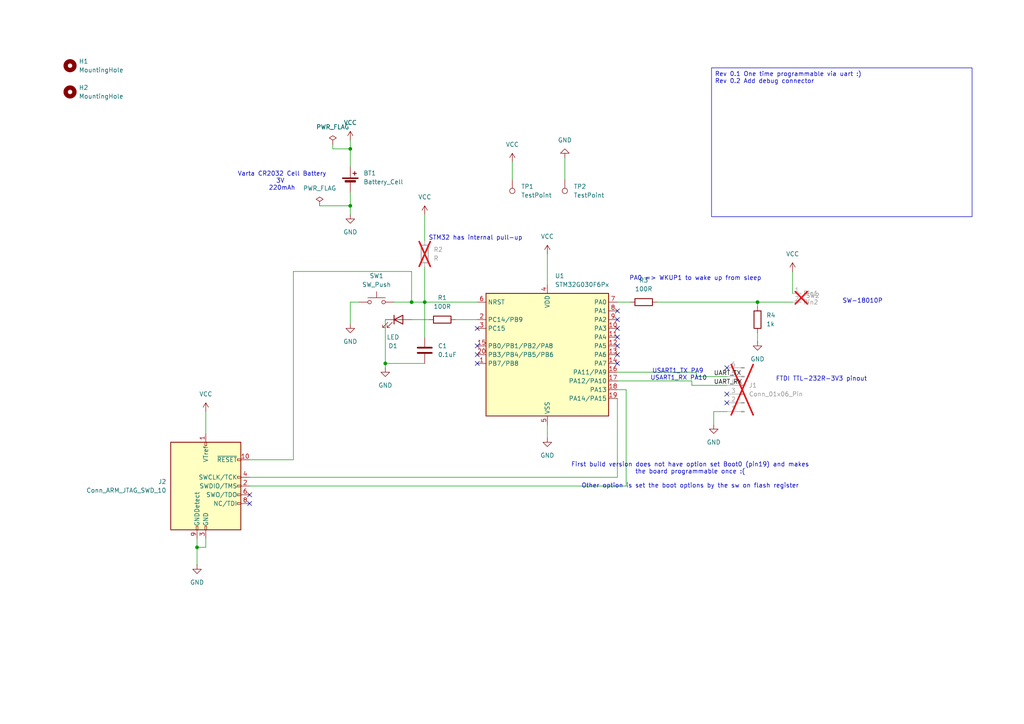
<source format=kicad_sch>
(kicad_sch (version 20231120) (generator "eeschema") (generator_version "8.0")
  (paper "A4")
  (lib_symbols
    (symbol "Connector:Conn_01x06_Pin" (pin_names (offset 1.016) hide)
      (property "Reference" "J" (at 0 7.62 0))
      (property "Value" "Conn_01x06_Pin" (at 0 -10.16 0))
      (symbol "Conn_01x06_Pin_1_1"
        (polyline (pts (xy 1.27 -7.62) (xy 0.8636 -7.62)) (stroke (width 0.1524)))
        (polyline (pts (xy 1.27 -5.08) (xy 0.8636 -5.08)) (stroke (width 0.1524)))
        (polyline (pts (xy 1.27 -2.54) (xy 0.8636 -2.54)) (stroke (width 0.1524)))
        (polyline (pts (xy 1.27 0) (xy 0.8636 0)) (stroke (width 0.1524)))
        (polyline (pts (xy 1.27 2.54) (xy 0.8636 2.54)) (stroke (width 0.1524)))
        (polyline (pts (xy 1.27 5.08) (xy 0.8636 5.08)) (stroke (width 0.1524)))
        (rectangle (start 0.8636 -7.493) (end 0 -7.747) (stroke (width 0.1524)) (fill (type outline)))
        (rectangle (start 0.8636 -4.953) (end 0 -5.207) (stroke (width 0.1524)) (fill (type outline)))
        (rectangle (start 0.8636 -2.413) (end 0 -2.667) (stroke (width 0.1524)) (fill (type outline)))
        (rectangle (start 0.8636 0.127) (end 0 -0.127) (stroke (width 0.1524)) (fill (type outline)))
        (rectangle (start 0.8636 2.667) (end 0 2.413) (stroke (width 0.1524)) (fill (type outline)))
        (rectangle (start 0.8636 5.207) (end 0 4.953) (stroke (width 0.1524)) (fill (type outline)))
        (pin passive line (at 5.08 5.08 180) (length 3.81) (name "Pin_1") (number "1"))
        (pin passive line (at 5.08 2.54 180) (length 3.81) (name "Pin_2") (number "2"))
        (pin passive line (at 5.08 0 180) (length 3.81) (name "Pin_3") (number "3"))
        (pin passive line (at 5.08 -2.54 180) (length 3.81) (name "Pin_4") (number "4"))
        (pin passive line (at 5.08 -5.08 180) (length 3.81) (name "Pin_5") (number "5"))
        (pin passive line (at 5.08 -7.62 180) (length 3.81) (name "Pin_6") (number "6"))
      )
    )
    (symbol "Connector:Conn_ARM_JTAG_SWD_10" (pin_names (offset 1.016))
      (property "Reference" "J" (at -2.54 16.51 0))
      (property "Value" "Conn_ARM_JTAG_SWD_10" (at -2.54 13.97 0))
      (symbol "Conn_ARM_JTAG_SWD_10_0_1"
        (rectangle (start -10.16 12.7) (end 10.16 -12.7) (stroke (width 0.254)) (fill (type background)))
        (rectangle (start -2.794 -12.7) (end -2.286 -11.684))
        (rectangle (start -0.254 -12.7) (end 0.254 -11.684))
        (rectangle (start -0.254 12.7) (end 0.254 11.684))
        (rectangle (start 9.144 2.286) (end 10.16 2.794))
        (rectangle (start 10.16 -2.794) (end 9.144 -2.286))
        (rectangle (start 10.16 -0.254) (end 9.144 0.254))
        (rectangle (start 10.16 7.874) (end 9.144 7.366))
      )
      (symbol "Conn_ARM_JTAG_SWD_10_1_1"
        (rectangle (start 9.144 -5.334) (end 10.16 -4.826))
        (pin power_in line (at 0 15.24 270) (length 2.54) (name "VTref") (number "1"))
        (pin open_collector line (at 12.7 7.62 180) (length 2.54) (name "~{RESET}") (number "10"))
        (pin bidirectional line (at 12.7 0 180) (length 2.54) (name "SWDIO/TMS") (number "2"))
        (pin power_in line (at 0 -15.24 90) (length 2.54) (name "GND") (number "3"))
        (pin output line (at 12.7 2.54 180) (length 2.54) (name "SWCLK/TCK") (number "4"))
        (pin passive line (at 0 -15.24 90) (length 2.54) hide (name "GND") (number "5"))
        (pin input line (at 12.7 -2.54 180) (length 2.54) (name "SWO/TDO") (number "6"))
        (pin no_connect line (at -10.16 0 0) (length 2.54) hide (name "KEY") (number "7"))
        (pin output line (at 12.7 -5.08 180) (length 2.54) (name "NC/TDI") (number "8"))
        (pin passive line (at -2.54 -15.24 90) (length 2.54) (name "GNDDetect") (number "9"))
      )
    )
    (symbol "Connector:TestPoint" (pin_numbers hide) (pin_names (offset 0.762) hide)
      (property "Reference" "TP" (at 0 6.858 0))
      (property "Value" "TestPoint" (at 0 5.08 0))
      (symbol "TestPoint_0_1"
        (circle (center 0 3.302) (radius 0.762))
      )
      (symbol "TestPoint_1_1"
        (pin passive line (at 0 0 90) (length 2.54) (name "1") (number "1"))
      )
    )
    (symbol "Device:Battery_Cell" (pin_numbers hide) (pin_names (offset 0) hide)
      (property "Reference" "BT" (at 2.54 2.54 0))
      (property "Value" "Battery_Cell" (at 2.54 0 0))
      (symbol "Battery_Cell_0_1"
        (rectangle (start -2.286 1.778) (end 2.286 1.524) (fill (type outline)))
        (rectangle (start -1.524 1.016) (end 1.524 0.508) (fill (type outline)))
        (polyline (pts (xy 0 0.762) (xy 0 0)))
        (polyline (pts (xy 0 1.778) (xy 0 2.54)))
        (polyline (pts (xy 0.762 3.048) (xy 1.778 3.048)) (stroke (width 0.254)))
        (polyline (pts (xy 1.27 3.556) (xy 1.27 2.54)) (stroke (width 0.254)))
      )
      (symbol "Battery_Cell_1_1"
        (pin passive line (at 0 5.08 270) (length 2.54) (name "+") (number "1"))
        (pin passive line (at 0 -2.54 90) (length 2.54) (name "-") (number "2"))
      )
    )
    (symbol "Device:C" (pin_numbers hide) (pin_names (offset 0.254))
      (property "Reference" "C" (at 0.635 2.54 0))
      (property "Value" "C" (at 0.635 -2.54 0))
      (symbol "C_0_1"
        (polyline (pts (xy -2.032 -0.762) (xy 2.032 -0.762)) (stroke (width 0.508)))
        (polyline (pts (xy -2.032 0.762) (xy 2.032 0.762)) (stroke (width 0.508)))
      )
      (symbol "C_1_1"
        (pin passive line (at 0 3.81 270) (length 2.794) (name "~") (number "1"))
        (pin passive line (at 0 -3.81 90) (length 2.794) (name "~") (number "2"))
      )
    )
    (symbol "Device:LED" (pin_numbers hide) (pin_names (offset 1.016) hide)
      (property "Reference" "D" (at 0 2.54 0))
      (property "Value" "LED" (at 0 -2.54 0))
      (symbol "LED_0_1"
        (polyline (pts (xy -1.27 -1.27) (xy -1.27 1.27)) (stroke (width 0.254)))
        (polyline (pts (xy -1.27 0) (xy 1.27 0)))
        (polyline (pts (xy 1.27 -1.27) (xy 1.27 1.27) (xy -1.27 0) (xy 1.27 -1.27)) (stroke (width 0.254)))
        (polyline (pts (xy -3.048 -0.762) (xy -4.572 -2.286) (xy -3.81 -2.286) (xy -4.572 -2.286) (xy -4.572 -1.524)))
        (polyline (pts (xy -1.778 -0.762) (xy -3.302 -2.286) (xy -2.54 -2.286) (xy -3.302 -2.286) (xy -3.302 -1.524)))
      )
      (symbol "LED_1_1"
        (pin passive line (at -3.81 0 0) (length 2.54) (name "K") (number "1"))
        (pin passive line (at 3.81 0 180) (length 2.54) (name "A") (number "2"))
      )
    )
    (symbol "Device:R" (pin_numbers hide) (pin_names (offset 0))
      (property "Reference" "R" (at 2.032 0 90))
      (property "Value" "R" (at 0 0 90))
      (symbol "R_0_1"
        (rectangle (start -1.016 -2.54) (end 1.016 2.54) (stroke (width 0.254)))
      )
      (symbol "R_1_1"
        (pin passive line (at 0 3.81 270) (length 1.27) (name "~") (number "1"))
        (pin passive line (at 0 -3.81 90) (length 1.27) (name "~") (number "2"))
      )
    )
    (symbol "MCU_ST_STM32G0:STM32G030F6Px"
      (property "Reference" "U" (at -17.78 19.05 0))
      (property "Value" "STM32G030F6Px" (at 2.54 19.05 0))
      (symbol "STM32G030F6Px_0_1"
        (rectangle (start -17.78 -17.78) (end 17.78 17.78) (stroke (width 0.254)) (fill (type background)))
      )
      (symbol "STM32G030F6Px_1_1"
        (pin bidirectional line (at -20.32 -2.54 0) (length 2.54) (name "PB7/PB8") (number "1"))
        (pin bidirectional line (at 20.32 7.62 180) (length 2.54) (name "PA3") (number "10"))
        (pin bidirectional line (at 20.32 5.08 180) (length 2.54) (name "PA4") (number "11"))
        (pin bidirectional line (at 20.32 2.54 180) (length 2.54) (name "PA5") (number "12"))
        (pin bidirectional line (at 20.32 0 180) (length 2.54) (name "PA6") (number "13"))
        (pin bidirectional line (at 20.32 -2.54 180) (length 2.54) (name "PA7") (number "14"))
        (pin bidirectional line (at -20.32 2.54 0) (length 2.54) (name "PB0/PB1/PB2/PA8") (number "15"))
        (pin bidirectional line (at 20.32 -5.08 180) (length 2.54) (name "PA11/PA9") (number "16"))
        (pin bidirectional line (at 20.32 -7.62 180) (length 2.54) (name "PA12/PA10") (number "17"))
        (pin bidirectional line (at 20.32 -10.16 180) (length 2.54) (name "PA13") (number "18"))
        (pin bidirectional line (at 20.32 -12.7 180) (length 2.54) (name "PA14/PA15") (number "19"))
        (pin bidirectional line (at -20.32 10.16 0) (length 2.54) (name "PC14/PB9") (number "2"))
        (pin bidirectional line (at -20.32 0 0) (length 2.54) (name "PB3/PB4/PB5/PB6") (number "20"))
        (pin bidirectional line (at -20.32 7.62 0) (length 2.54) (name "PC15") (number "3"))
        (pin power_in line (at 0 20.32 270) (length 2.54) (name "VDD") (number "4"))
        (pin power_in line (at 0 -20.32 90) (length 2.54) (name "VSS") (number "5"))
        (pin input line (at -20.32 15.24 0) (length 2.54) (name "NRST") (number "6"))
        (pin bidirectional line (at 20.32 15.24 180) (length 2.54) (name "PA0") (number "7"))
        (pin bidirectional line (at 20.32 12.7 180) (length 2.54) (name "PA1") (number "8"))
        (pin bidirectional line (at 20.32 10.16 180) (length 2.54) (name "PA2") (number "9"))
      )
    )
    (symbol "Mechanical:MountingHole" (pin_names (offset 1.016)) (exclude_from_sim yes) (in_bom no)
      (property "Reference" "H" (at 0 5.08 0))
      (property "Value" "MountingHole" (at 0 3.175 0))
      (symbol "MountingHole_0_1"
        (circle (center 0 0) (radius 1.27) (stroke (width 1.27)))
      )
    )
    (symbol "Switch:SW_Push" (pin_numbers hide) (pin_names (offset 1.016) hide)
      (property "Reference" "SW" (at 1.27 2.54 0))
      (property "Value" "SW_Push" (at 0 -1.524 0))
      (symbol "SW_Push_0_1"
        (circle (center -2.032 0) (radius 0.508))
        (polyline (pts (xy 0 1.27) (xy 0 3.048)))
        (polyline (pts (xy 2.54 1.27) (xy -2.54 1.27)))
        (circle (center 2.032 0) (radius 0.508))
        (pin passive line (at -5.08 0 0) (length 2.54) (name "1") (number "1"))
        (pin passive line (at 5.08 0 180) (length 2.54) (name "2") (number "2"))
      )
    )
    (symbol "plugin_vibrator_sensor:SW-18010P"
      (property "Reference" "SW" (at 0 0 0))
      (symbol "SW-18010P_1_1"
        (pin passive line (at -1.27 -3.81 0) (length 2.54) (name "Pin1") (number "1"))
        (pin passive line (at -1.27 -6.35 0) (length 2.54) (name "Pin2") (number "2"))
      )
    )
    (symbol "power:GND" (power) (pin_numbers hide) (pin_names (offset 0) hide)
      (property "Value" "GND" (at 0 -3.81 0))
      (symbol "GND_0_1"
        (polyline (pts (xy 0 0) (xy 0 -1.27) (xy 1.27 -1.27) (xy 0 -2.54) (xy -1.27 -1.27) (xy 0 -1.27)))
      )
      (symbol "GND_1_1"
        (pin power_in line (at 0 0 270) (length 0) (name "~") (number "1"))
      )
    )
    (symbol "power:PWR_FLAG" (power) (pin_numbers hide) (pin_names (offset 0) hide)
      (property "Value" "PWR_FLAG" (at 0 3.81 0))
      (symbol "PWR_FLAG_0_0"
        (pin power_out line (at 0 0 90) (length 0) (name "~") (number "1"))
      )
      (symbol "PWR_FLAG_0_1"
        (polyline (pts (xy 0 0) (xy 0 1.27) (xy -1.016 1.905) (xy 0 2.54) (xy 1.016 1.905) (xy 0 1.27)))
      )
    )
    (symbol "power:VCC" (power) (pin_numbers hide) (pin_names (offset 0) hide)
      (property "Value" "VCC" (at 0 3.556 0))
      (symbol "VCC_0_1"
        (polyline (pts (xy -0.762 1.27) (xy 0 2.54)))
        (polyline (pts (xy 0 0) (xy 0 2.54)))
        (polyline (pts (xy 0 2.54) (xy 0.762 1.27)))
      )
      (symbol "VCC_1_1"
        (pin power_in line (at 0 0 90) (length 0) (name "~") (number "1"))
      )
    )
  )
  (junction (at 219.71 87.63))
  (junction (at 111.76 105.41))
  (junction (at 101.6 59.69))
  (junction (at 123.19 87.63))
  (junction (at 119.38 87.63))
  (junction (at 101.6 43.18))
  (junction (at 57.15 158.75))
  (no_connect (at 72.39 146.05))
  (no_connect (at 179.07 97.79))
  (no_connect (at 138.43 105.41))
  (no_connect (at 179.07 100.33))
  (no_connect (at 210.82 106.68))
  (no_connect (at 72.39 143.51))
  (no_connect (at 210.82 114.3))
  (no_connect (at 179.07 102.87))
  (no_connect (at 138.43 95.25))
  (no_connect (at 138.43 102.87))
  (no_connect (at 210.82 116.84))
  (no_connect (at 138.43 100.33))
  (no_connect (at 179.07 105.41))
  (no_connect (at 179.07 90.17))
  (no_connect (at 179.07 95.25))
  (no_connect (at 179.07 92.71))
  (wire (pts (xy 229.87 78.74) (xy 229.87 85.09)))
  (wire (pts (xy 101.6 55.88) (xy 101.6 59.69)))
  (wire (pts (xy 190.5 87.63) (xy 219.71 87.63)))
  (wire (pts (xy 57.15 158.75) (xy 57.15 163.83)))
  (wire (pts (xy 148.59 46.99) (xy 148.59 52.07)))
  (wire (pts (xy 57.15 156.21) (xy 57.15 158.75)))
  (wire (pts (xy 101.6 40.64) (xy 101.6 43.18)))
  (wire (pts (xy 219.71 96.52) (xy 219.71 99.06)))
  (wire (pts (xy 111.76 105.41) (xy 123.19 105.41)))
  (wire (pts (xy 158.75 73.66) (xy 158.75 82.55)))
  (wire (pts (xy 132.08 92.71) (xy 138.43 92.71)))
  (wire (pts (xy 85.09 78.74) (xy 119.38 78.74)))
  (wire (pts (xy 201.93 107.95) (xy 201.93 109.22)))
  (wire (pts (xy 96.52 43.18) (xy 101.6 43.18)))
  (wire (pts (xy 201.93 109.22) (xy 210.82 109.22)))
  (wire (pts (xy 101.6 93.98) (xy 101.6 87.63)))
  (wire (pts (xy 210.82 119.38) (xy 207.01 119.38)))
  (wire (pts (xy 123.19 62.23) (xy 123.19 69.85)))
  (wire (pts (xy 219.71 87.63) (xy 229.87 87.63)))
  (wire (pts (xy 59.69 156.21) (xy 59.69 158.75)))
  (wire (pts (xy 111.76 92.71) (xy 111.76 105.41)))
  (wire (pts (xy 111.76 105.41) (xy 111.76 106.68)))
  (wire (pts (xy 101.6 59.69) (xy 101.6 62.23)))
  (wire (pts (xy 119.38 87.63) (xy 123.19 87.63)))
  (wire (pts (xy 123.19 87.63) (xy 123.19 97.79)))
  (wire (pts (xy 158.75 123.19) (xy 158.75 127)))
  (wire (pts (xy 200.66 111.76) (xy 210.82 111.76)))
  (wire (pts (xy 123.19 87.63) (xy 138.43 87.63)))
  (wire (pts (xy 59.69 158.75) (xy 57.15 158.75)))
  (wire (pts (xy 163.83 45.72) (xy 163.83 52.07)))
  (wire (pts (xy 123.19 87.63) (xy 123.19 77.47)))
  (wire (pts (xy 181.61 113.03) (xy 179.07 113.03)))
  (wire (pts (xy 181.61 113.03) (xy 181.61 140.97)))
  (wire (pts (xy 179.07 138.43) (xy 72.39 138.43)))
  (wire (pts (xy 179.07 87.63) (xy 182.88 87.63)))
  (wire (pts (xy 101.6 43.18) (xy 101.6 48.26)))
  (wire (pts (xy 219.71 87.63) (xy 219.71 88.9)))
  (wire (pts (xy 119.38 92.71) (xy 124.46 92.71)))
  (wire (pts (xy 119.38 78.74) (xy 119.38 87.63)))
  (wire (pts (xy 114.3 87.63) (xy 119.38 87.63)))
  (wire (pts (xy 85.09 133.35) (xy 85.09 78.74)))
  (wire (pts (xy 92.71 59.69) (xy 101.6 59.69)))
  (wire (pts (xy 179.07 110.49) (xy 200.66 110.49)))
  (wire (pts (xy 179.07 115.57) (xy 179.07 138.43)))
  (wire (pts (xy 96.52 41.91) (xy 96.52 43.18)))
  (wire (pts (xy 207.01 119.38) (xy 207.01 123.19)))
  (wire (pts (xy 59.69 119.38) (xy 59.69 125.73)))
  (wire (pts (xy 200.66 110.49) (xy 200.66 111.76)))
  (wire (pts (xy 179.07 107.95) (xy 201.93 107.95)))
  (wire (pts (xy 101.6 87.63) (xy 104.14 87.63)))
  (wire (pts (xy 72.39 133.35) (xy 85.09 133.35)))
  (wire (pts (xy 181.61 140.97) (xy 72.39 140.97)))
  (text_box "Rev 0.1 One time programmable via uart :)\nRev 0.2 Add debug connector" (at 206.375 19.685 0) (size 75.565 43.18) (effects (font (size 1.27 1.27)) (justify left top)))
  (text "SW-18010P" (at 250.19 87.376 0) (effects (font (size 1.27 1.27))))
  (text "USART1_TX PA9" (at 196.596 107.696 0) (effects (font (size 1.27 1.27))))
  (text "USART1_RX PA10" (at 196.85 109.728 0) (effects (font (size 1.27 1.27))))
  (text "First build version does not have option set Boot0 (pin19) and makes \nthe board programmable once :( \n\nOther option is set the boot options by the sw on flash register " (at 200.66 137.922 0) (effects (font (size 1.27 1.27))))
  (text "PA0 => WKUP1 to wake up from sleep" (at 201.676 80.772 0) (effects (font (size 1.27 1.27))))
  (text "FTDI TTL-232R-3V3 pinout" (at 238.252 109.982 0) (effects (font (size 1.27 1.27))))
  (text "Varta CR2032 Cell Battery\n3V \n220mAh" (exclude_from_sim yes) (at 81.788 52.578 0) (effects (font (size 1.27 1.27))))
  (text "STM32 has internal pull-up\n" (at 137.922 69.088 0) (effects (font (size 1.27 1.27))))
  (label "UART_RX" (at 207.01 111.76 0))
  (label "UART_TX" (at 207.01 109.22 0))
  (symbol (lib_id "power:GND") (at 158.75 127 0) (unit 1)
    (property "Reference" "#PWR01" (effects (hide yes)))
    (property "Value" "GND" (at 158.75 132.08 0))
    (property "Description" "Power symbol creates a global label with name \"GND\" , ground" (effects (hide yes)))
  )
  (symbol (lib_id "Mechanical:MountingHole") (at 20.32 26.67 0) (unit 1) (exclude_from_sim yes) (in_bom no)
    (property "Reference" "H2" (at 22.86 25.3999 0) (effects (justify left)))
    (property "Value" "MountingHole" (at 22.86 27.9399 0) (effects (justify left)))
    (property "Footprint" "MountingHole:MountingHole_3.2mm_M3" (effects (hide yes)))
    (property "Description" "Mounting Hole without connection" (effects (hide yes)))
  )
  (symbol (lib_id "power:VCC") (at 229.87 78.74 0) (unit 1)
    (property "Reference" "#PWR08" (effects (hide yes)))
    (property "Value" "VCC" (at 229.87 73.66 0))
    (property "Description" "Power symbol creates a global label with name \"VCC\"" (effects (hide yes)))
  )
  (symbol (lib_id "Connector:Conn_ARM_JTAG_SWD_10") (at 59.69 140.97 0) (unit 1)
    (property "Reference" "J2" (at 48.26 139.6999 0) (effects (justify right)))
    (property "Value" "Conn_ARM_JTAG_SWD_10" (at 48.26 142.2399 0) (effects (justify right)))
    (property "Footprint" "Connector_PinHeader_1.27mm:PinHeader_2x05_P1.27mm_Vertical_SMD" (effects (hide yes)))
    (property "Datasheet" "http://infocenter.arm.com/help/topic/com.arm.doc.ddi0314h/DDI0314H_coresight_components_trm.pdf" (effects (hide yes)))
    (property "Description" "Cortex Debug Connector, standard ARM Cortex-M SWD and JTAG interface" (effects (hide yes)))
    (property "LCSC" "C42372555" (effects (hide yes)))
  )
  (symbol (lib_id "Device:R") (at 186.69 87.63 90) (unit 1)
    (property "Reference" "R3" (at 186.69 81.28 90))
    (property "Value" "100R" (at 186.69 83.82 90))
    (property "Footprint" "Resistor_SMD:R_0603_1608Metric_Pad0.98x0.95mm_HandSolder" (effects (hide yes)))
    (property "Description" "Resistor" (effects (hide yes)))
    (property "LCSC" "C105588" (effects (hide yes)))
  )
  (symbol (lib_id "Switch:SW_Push") (at 109.22 87.63 0) (unit 1)
    (property "Reference" "SW1" (at 109.22 80.01 0))
    (property "Value" "SW_Push" (at 109.22 82.55 0))
    (property "Footprint" "Button_Switch_SMD:SW_Push_1P1T_NO_6x6mm_H9.5mm" (effects (hide yes)))
    (property "Description" "Push button switch, generic, two pins" (effects (hide yes)))
    (property "LCSC" "C111373" (effects (hide yes)))
  )
  (symbol (lib_id "power:GND") (at 111.76 106.68 0) (unit 1)
    (property "Reference" "#PWR02" (effects (hide yes)))
    (property "Value" "GND" (at 111.76 111.76 0))
    (property "Description" "Power symbol creates a global label with name \"GND\" , ground" (effects (hide yes)))
  )
  (symbol (lib_id "power:VCC") (at 123.19 62.23 0) (unit 1)
    (property "Reference" "#PWR05" (effects (hide yes)))
    (property "Value" "VCC" (at 123.19 57.15 0))
    (property "Description" "Power symbol creates a global label with name \"VCC\"" (effects (hide yes)))
  )
  (symbol (lib_id "Device:R") (at 128.27 92.71 270) (unit 1)
    (property "Reference" "R1" (at 128.27 86.36 90))
    (property "Value" "100R" (at 128.27 88.9 90))
    (property "Footprint" "Resistor_SMD:R_0603_1608Metric_Pad0.98x0.95mm_HandSolder" (effects (hide yes)))
    (property "Description" "Resistor" (effects (hide yes)))
    (property "LCSC" "C105588" (effects (hide yes)))
  )
  (symbol (lib_id "power:GND") (at 219.71 99.06 0) (unit 1)
    (property "Reference" "#PWR012" (effects (hide yes)))
    (property "Value" "GND" (at 219.71 104.14 0))
    (property "Description" "Power symbol creates a global label with name \"GND\" , ground" (effects (hide yes)))
  )
  (symbol (lib_id "power:PWR_FLAG") (at 92.71 59.69 0) (unit 1)
    (property "Reference" "#FLG02" (effects (hide yes)))
    (property "Value" "PWR_FLAG" (at 92.71 54.61 0))
    (property "Description" "Special symbol for telling ERC where power comes from" (effects (hide yes)))
  )
  (symbol (lib_id "Device:R") (at 123.19 73.66 0) (unit 1) (dnp yes)
    (property "Reference" "R2" (at 125.73 72.3899 0) (effects (justify left)))
    (property "Value" "R" (at 125.73 74.9299 0) (effects (justify left)))
    (property "Footprint" "Resistor_SMD:R_0603_1608Metric_Pad0.98x0.95mm_HandSolder" (effects (hide yes)))
    (property "Description" "Resistor" (effects (hide yes)))
  )
  (symbol (lib_id "power:VCC") (at 148.59 46.99 0) (unit 1)
    (property "Reference" "#PWR09" (effects (hide yes)))
    (property "Value" "VCC" (at 148.59 41.91 0))
    (property "Description" "Power symbol creates a global label with name \"VCC\"" (effects (hide yes)))
  )
  (symbol (lib_id "power:GND") (at 101.6 93.98 0) (unit 1)
    (property "Reference" "#PWR07" (effects (hide yes)))
    (property "Value" "GND" (at 101.6 99.06 0))
    (property "Description" "Power symbol creates a global label with name \"GND\" , ground" (effects (hide yes)))
  )
  (symbol (lib_id "Connector:Conn_01x06_Pin") (at 215.9 114.3 180) (unit 1) (dnp yes)
    (property "Reference" "J1" (at 217.17 111.7599 0) (effects (justify right)))
    (property "Value" "Conn_01x06_Pin" (at 217.17 114.2999 0) (effects (justify right)))
    (property "Footprint" "Connector_PinSocket_2.54mm:PinSocket_1x06_P2.54mm_Horizontal" (effects (hide yes)))
    (property "Description" "Generic connector, single row, 01x06, script generated" (effects (hide yes)))
  )
  (symbol (lib_id "Connector:TestPoint") (at 148.59 52.07 180) (unit 1)
    (property "Reference" "TP1" (at 151.13 54.1019 0) (effects (justify right)))
    (property "Value" "TestPoint" (at 151.13 56.6419 0) (effects (justify right)))
    (property "Footprint" "TestPoint:TestPoint_Pad_2.0x2.0mm" (effects (hide yes)))
    (property "Description" "test point" (effects (hide yes)))
  )
  (symbol (lib_id "Device:C") (at 123.19 101.6 0) (unit 1)
    (property "Reference" "C1" (at 127 100.3299 0) (effects (justify left)))
    (property "Value" "0.1uF" (at 127 102.8699 0) (effects (justify left)))
    (property "Footprint" "Capacitor_SMD:C_0603_1608Metric_Pad1.08x0.95mm_HandSolder" (effects (hide yes)))
    (property "Description" "Unpolarized capacitor" (effects (hide yes)))
    (property "LCSC" "C14663" (effects (hide yes)))
  )
  (symbol (lib_id "Mechanical:MountingHole") (at 20.32 19.05 0) (unit 1) (exclude_from_sim yes) (in_bom no)
    (property "Reference" "H1" (at 22.86 17.7799 0) (effects (justify left)))
    (property "Value" "MountingHole" (at 22.86 20.3199 0) (effects (justify left)))
    (property "Footprint" "MountingHole:MountingHole_3.2mm_M3" (effects (hide yes)))
    (property "Description" "Mounting Hole without connection" (effects (hide yes)))
  )
  (symbol (lib_id "Device:Battery_Cell") (at 101.6 53.34 0) (unit 1)
    (property "Reference" "BT1" (at 105.41 50.2284 0) (effects (justify left)))
    (property "Value" "Battery_Cell" (at 105.41 52.7684 0) (effects (justify left)))
    (property "Footprint" "Battery:BatteryHolder_Multicomp_BC-2001_1x2032" (effects (hide yes)))
    (property "Description" "Single-cell battery" (effects (hide yes)))
    (property "LCSC" "C964824" (effects (hide yes)))
  )
  (symbol (lib_id "power:PWR_FLAG") (at 96.52 41.91 0) (unit 1)
    (property "Reference" "#FLG01" (effects (hide yes)))
    (property "Value" "PWR_FLAG" (at 96.52 36.83 0))
    (property "Description" "Special symbol for telling ERC where power comes from" (effects (hide yes)))
  )
  (symbol (lib_id "Connector:TestPoint") (at 163.83 52.07 180) (unit 1)
    (property "Reference" "TP2" (at 166.37 54.1019 0) (effects (justify right)))
    (property "Value" "TestPoint" (at 166.37 56.6419 0) (effects (justify right)))
    (property "Footprint" "TestPoint:TestPoint_Pad_2.0x2.0mm" (effects (hide yes)))
    (property "Description" "test point" (effects (hide yes)))
  )
  (symbol (lib_id "Device:LED") (at 115.57 92.71 0) (unit 1)
    (property "Reference" "D1" (at 113.9825 100.33 0))
    (property "Value" "LED" (at 113.9825 97.79 0))
    (property "Footprint" "LED_SMD:LED_0603_1608Metric" (effects (hide yes)))
    (property "Description" "Light emitting diode" (effects (hide yes)))
    (property "LCSC" "C2286" (effects (hide yes)))
  )
  (symbol (lib_id "power:VCC") (at 59.69 119.38 0) (unit 1)
    (property "Reference" "#PWR014" (effects (hide yes)))
    (property "Value" "VCC" (at 59.69 114.3 0))
    (property "Description" "Power symbol creates a global label with name \"VCC\"" (effects (hide yes)))
  )
  (symbol (lib_id "power:GND") (at 163.83 45.72 180) (unit 1)
    (property "Reference" "#PWR010" (effects (hide yes)))
    (property "Value" "GND" (at 163.83 40.64 0))
    (property "Description" "Power symbol creates a global label with name \"GND\" , ground" (effects (hide yes)))
  )
  (symbol (lib_id "power:VCC") (at 101.6 40.64 0) (unit 1)
    (property "Reference" "#PWR04" (effects (hide yes)))
    (property "Value" "VCC" (at 101.6 35.56 0))
    (property "Description" "Power symbol creates a global label with name \"VCC\"" (effects (hide yes)))
  )
  (symbol (lib_id "Device:R") (at 219.71 92.71 0) (unit 1)
    (property "Reference" "R4" (at 222.25 91.4399 0) (effects (justify left)))
    (property "Value" "1k" (at 222.25 93.9799 0) (effects (justify left)))
    (property "Footprint" "Resistor_SMD:R_0603_1608Metric_Pad0.98x0.95mm_HandSolder" (effects (hide yes)))
    (property "Description" "Resistor" (effects (hide yes)))
    (property "LCSC" "C14676" (effects (hide yes)))
  )
  (symbol (lib_id "power:VCC") (at 158.75 73.66 0) (unit 1)
    (property "Reference" "#PWR06" (effects (hide yes)))
    (property "Value" "VCC" (at 158.75 68.58 0))
    (property "Description" "Power symbol creates a global label with name \"VCC\"" (effects (hide yes)))
  )
  (symbol (lib_id "plugin_vibrator_sensor:SW-18010P") (at 231.14 81.28 0) (unit 1) (dnp yes)
    (property "Reference" "SW2" (at 233.68 85.7249 0) (effects (justify left)))
    (property "Value" "~" (at 233.68 87.63 0) (effects (justify left)))
    (property "Footprint" "LED_THT:LED_D3.0mm" (effects (hide yes)))
    (property "LCSC" "C2681585" (effects (hide yes)))
  )
  (symbol (lib_id "power:GND") (at 207.01 123.19 0) (unit 1)
    (property "Reference" "#PWR011" (effects (hide yes)))
    (property "Value" "GND" (at 207.01 128.27 0))
    (property "Description" "Power symbol creates a global label with name \"GND\" , ground" (effects (hide yes)))
  )
  (symbol (lib_id "power:GND") (at 57.15 163.83 0) (unit 1)
    (property "Reference" "#PWR013" (effects (hide yes)))
    (property "Value" "GND" (at 57.15 168.91 0))
    (property "Description" "Power symbol creates a global label with name \"GND\" , ground" (effects (hide yes)))
  )
  (symbol (lib_id "MCU_ST_STM32G0:STM32G030F6Px") (at 158.75 102.87 0) (unit 1)
    (property "Reference" "U1" (at 160.9441 80.01 0) (effects (justify left)))
    (property "Value" "STM32G030F6Px" (at 160.9441 82.55 0) (effects (justify left)))
    (property "Footprint" "Package_SO:TSSOP-20_4.4x6.5mm_P0.65mm" (effects (hide yes)))
    (property "Datasheet" "https://www.st.com/resource/en/datasheet/stm32g030f6.pdf" (effects (hide yes)))
    (property "Description" "STMicroelectronics Arm Cortex-M0+ MCU, 32KB flash, 8KB RAM, 64 MHz, 2.0-3.6V, 17 GPIO, TSSOP20" (effects (hide yes)))
    (property "LCSC" "C529330" (effects (hide yes)))
  )
  (symbol (lib_id "power:GND") (at 101.6 62.23 0) (unit 1)
    (property "Reference" "#PWR03" (effects (hide yes)))
    (property "Value" "GND" (at 101.6 67.31 0))
    (property "Description" "Power symbol creates a global label with name \"GND\" , ground" (effects (hide yes)))
  )
)
</source>
